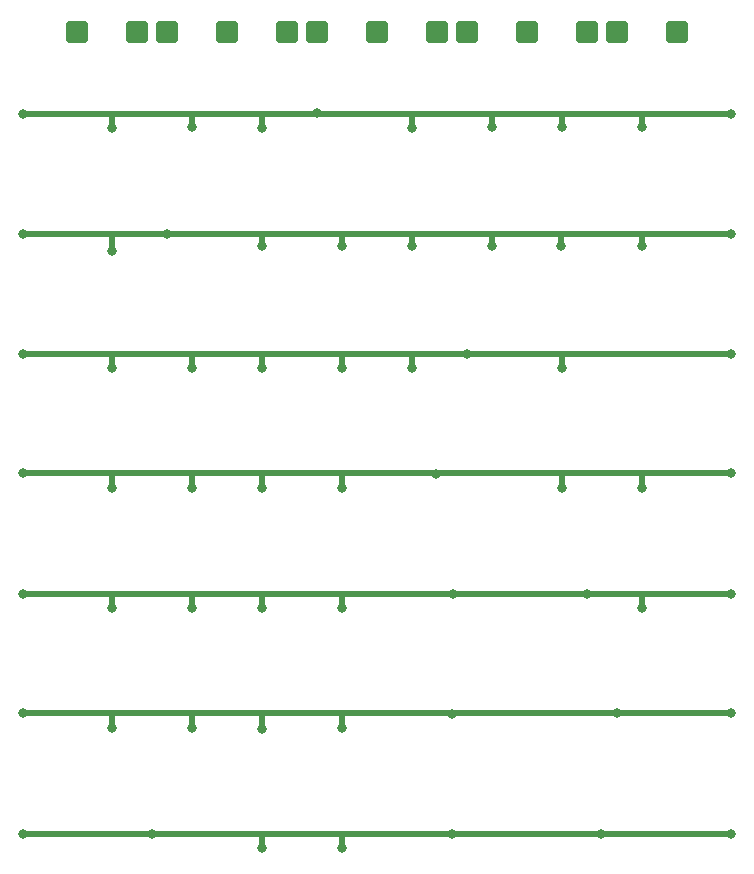
<source format=gbr>
%TF.GenerationSoftware,KiCad,Pcbnew,8.0.4*%
%TF.CreationDate,2024-09-09T09:43:21+10:00*%
%TF.ProjectId,ti45_keyboard,74693435-5f6b-4657-9962-6f6172642e6b,rev?*%
%TF.SameCoordinates,Original*%
%TF.FileFunction,Copper,L2,Bot*%
%TF.FilePolarity,Positive*%
%FSLAX46Y46*%
G04 Gerber Fmt 4.6, Leading zero omitted, Abs format (unit mm)*
G04 Created by KiCad (PCBNEW 8.0.4) date 2024-09-09 09:43:21*
%MOMM*%
%LPD*%
G01*
G04 APERTURE LIST*
G04 Aperture macros list*
%AMRoundRect*
0 Rectangle with rounded corners*
0 $1 Rounding radius*
0 $2 $3 $4 $5 $6 $7 $8 $9 X,Y pos of 4 corners*
0 Add a 4 corners polygon primitive as box body*
4,1,4,$2,$3,$4,$5,$6,$7,$8,$9,$2,$3,0*
0 Add four circle primitives for the rounded corners*
1,1,$1+$1,$2,$3*
1,1,$1+$1,$4,$5*
1,1,$1+$1,$6,$7*
1,1,$1+$1,$8,$9*
0 Add four rect primitives between the rounded corners*
20,1,$1+$1,$2,$3,$4,$5,0*
20,1,$1+$1,$4,$5,$6,$7,0*
20,1,$1+$1,$6,$7,$8,$9,0*
20,1,$1+$1,$8,$9,$2,$3,0*%
G04 Aperture macros list end*
%TA.AperFunction,ComponentPad*%
%ADD10RoundRect,0.250000X-0.675000X-0.675000X0.675000X-0.675000X0.675000X0.675000X-0.675000X0.675000X0*%
%TD*%
%TA.AperFunction,ViaPad*%
%ADD11C,0.800000*%
%TD*%
%TA.AperFunction,Conductor*%
%ADD12C,0.500000*%
%TD*%
G04 APERTURE END LIST*
D10*
%TO.P,J12,1,Pin_1*%
%TO.N,/R6*%
X20320000Y-2110000D03*
%TD*%
%TO.P,J4,1,Pin_1*%
%TO.N,/C2*%
X-12700000Y-2110000D03*
%TD*%
%TO.P,J13,1,Pin_1*%
%TO.N,/C5*%
X25400000Y-2110000D03*
%TD*%
%TO.P,J7,1,Pin_1*%
%TO.N,/C3*%
X0Y-2110000D03*
%TD*%
%TO.P,J8,1,Pin_1*%
%TO.N,/R4*%
X5080000Y-2110000D03*
%TD*%
%TO.P,J2,1,Pin_1*%
%TO.N,/R7*%
X-20320000Y-2110000D03*
%TD*%
%TO.P,J10,1,Pin_1*%
%TO.N,/C4*%
X12700000Y-2110000D03*
%TD*%
%TO.P,J3,1,Pin_1*%
%TO.N,/R2*%
X-17780000Y-2110000D03*
%TD*%
%TO.P,J6,1,Pin_1*%
%TO.N,/R1*%
X-5080000Y-2110000D03*
%TD*%
%TO.P,J11,1,Pin_1*%
%TO.N,/R5*%
X17780000Y-2110000D03*
%TD*%
%TO.P,J5,1,Pin_1*%
%TO.N,/R8*%
X-7620000Y-2110000D03*
%TD*%
%TO.P,J9,1,Pin_1*%
%TO.N,/R3*%
X7620000Y-2110000D03*
%TD*%
%TO.P,J1,1,Pin_1*%
%TO.N,/C1*%
X-25400000Y-2110000D03*
%TD*%
D11*
%TO.N,/R7*%
X-30000000Y-70000000D03*
X-9700000Y-71200000D03*
X-3000000Y-71250000D03*
X30000000Y-70000000D03*
X-19050000Y-70000000D03*
X6350000Y-70000000D03*
X19000000Y-70000000D03*
%TO.N,/R2*%
X-3000000Y-20200000D03*
X15600000Y-20250000D03*
X-30000000Y-19200000D03*
X3000000Y-20250000D03*
X22400000Y-20250000D03*
X-9700000Y-20250000D03*
X30000000Y-19200000D03*
X9700000Y-20250000D03*
X-22400000Y-20650000D03*
X-17750000Y-19200000D03*
%TO.N,/R1*%
X-9700000Y-10250000D03*
X-30000000Y-9050000D03*
X-5100000Y-9000000D03*
X-15700000Y-10200000D03*
X9700000Y-10200000D03*
X-22400000Y-10250000D03*
X3000000Y-10250000D03*
X30000000Y-9050000D03*
X22400000Y-10200000D03*
X15700000Y-10150000D03*
%TO.N,/R4*%
X-15700000Y-40700000D03*
X-22400000Y-40750000D03*
X-30000000Y-39500000D03*
X-9700000Y-40700000D03*
X22400000Y-40700000D03*
X30000000Y-39500000D03*
X15700000Y-40700000D03*
X-3000000Y-40700000D03*
X5030000Y-39520000D03*
%TO.N,/R3*%
X3000000Y-30550000D03*
X15700000Y-30600000D03*
X-22400000Y-30600000D03*
X-3000000Y-30550000D03*
X7620000Y-29360000D03*
X-30000000Y-29350000D03*
X30000000Y-29350000D03*
X-15700000Y-30550000D03*
X-9700000Y-30550000D03*
%TO.N,/R5*%
X-15700000Y-50900000D03*
X30000000Y-49700000D03*
X-22400000Y-50900000D03*
X6450000Y-49680000D03*
X17750000Y-49700000D03*
X17750000Y-49700000D03*
X-3000000Y-50850000D03*
X-30000000Y-49700000D03*
X22400000Y-50900000D03*
X-9700000Y-50900000D03*
%TO.N,/R6*%
X-9700000Y-61100000D03*
X20350000Y-59800000D03*
X6350000Y-59840000D03*
X-30000000Y-59800000D03*
X-15700000Y-61050000D03*
X-22400000Y-61050000D03*
X-3000000Y-61050000D03*
X30000000Y-59800000D03*
%TD*%
D12*
%TO.N,/R7*%
X-19450000Y-70000000D02*
X30000000Y-70000000D01*
X-19450000Y-70000000D02*
X-30000000Y-70000000D01*
X-3000000Y-71250000D02*
X-3000000Y-70000000D01*
X-9700000Y-71200000D02*
X-9700000Y-70000000D01*
%TO.N,/R2*%
X-22400000Y-19250000D02*
X-22350000Y-19200000D01*
X-9650000Y-19200000D02*
X-2900000Y-19200000D01*
X-22350000Y-19200000D02*
X-17750000Y-19200000D01*
X-9700000Y-20250000D02*
X-9700000Y-19250000D01*
X-17750000Y-19200000D02*
X-9650000Y-19200000D01*
X3000000Y-20250000D02*
X3000000Y-19250000D01*
X-3000000Y-19300000D02*
X-2900000Y-19200000D01*
X9700000Y-20250000D02*
X9700000Y-19200000D01*
X-2900000Y-19200000D02*
X3050000Y-19200000D01*
X22400000Y-20250000D02*
X22400000Y-19200000D01*
X-22400000Y-20650000D02*
X-22400000Y-19250000D01*
X-3000000Y-20200000D02*
X-3000000Y-19300000D01*
X-17780000Y-19170000D02*
X-17750000Y-19200000D01*
X-9700000Y-19250000D02*
X-9650000Y-19200000D01*
X15600000Y-19200000D02*
X30000000Y-19200000D01*
X3000000Y-19250000D02*
X3050000Y-19200000D01*
X3050000Y-19200000D02*
X15600000Y-19200000D01*
X-30000000Y-19200000D02*
X-22350000Y-19200000D01*
X15600000Y-19200000D02*
X15600000Y-20250000D01*
%TO.N,/R1*%
X-15600000Y-9050000D02*
X-9700000Y-9050000D01*
X9700000Y-9150000D02*
X9800000Y-9050000D01*
X22400000Y-9100000D02*
X22350000Y-9050000D01*
X9800000Y-9050000D02*
X15750000Y-9050000D01*
X3000000Y-10250000D02*
X3000000Y-9150000D01*
X15700000Y-10150000D02*
X15700000Y-9100000D01*
X3100000Y-9050000D02*
X9800000Y-9050000D01*
X22400000Y-10200000D02*
X22400000Y-9100000D01*
X-15700000Y-10200000D02*
X-15700000Y-9150000D01*
X-22400000Y-10250000D02*
X-22400000Y-9100000D01*
X15750000Y-9050000D02*
X22350000Y-9050000D01*
X3000000Y-9150000D02*
X3100000Y-9050000D01*
X-22350000Y-9050000D02*
X-15600000Y-9050000D01*
X-15700000Y-9150000D02*
X-15600000Y-9050000D01*
X-9700000Y-10250000D02*
X-9700000Y-9050000D01*
X9700000Y-10200000D02*
X9700000Y-9150000D01*
X22350000Y-9050000D02*
X30000000Y-9050000D01*
X-9700000Y-9050000D02*
X3100000Y-9050000D01*
X15700000Y-9100000D02*
X15750000Y-9050000D01*
X-30000000Y-9050000D02*
X-22350000Y-9050000D01*
X-22400000Y-9100000D02*
X-22350000Y-9050000D01*
%TO.N,/R4*%
X22450000Y-39500000D02*
X30000000Y-39500000D01*
X-15700000Y-39500000D02*
X-9700000Y-39500000D01*
X15700000Y-39550000D02*
X15750000Y-39500000D01*
X-9700000Y-39500000D02*
X-3000000Y-39500000D01*
X-3000000Y-39500000D02*
X15750000Y-39500000D01*
X15750000Y-39500000D02*
X22450000Y-39500000D01*
X-9700000Y-40700000D02*
X-9700000Y-39500000D01*
X15700000Y-40700000D02*
X15700000Y-39550000D01*
X-30000000Y-39500000D02*
X-22400000Y-39500000D01*
X-22400000Y-40750000D02*
X-22400000Y-39500000D01*
X-3000000Y-40700000D02*
X-3000000Y-39500000D01*
X22400000Y-40700000D02*
X22400000Y-39550000D01*
X-15700000Y-40700000D02*
X-15700000Y-39500000D01*
X22400000Y-39550000D02*
X22450000Y-39500000D01*
X-22400000Y-39500000D02*
X-15700000Y-39500000D01*
%TO.N,/R3*%
X15750000Y-29350000D02*
X30000000Y-29350000D01*
X-9700000Y-29450000D02*
X-9600000Y-29350000D01*
X-22400000Y-29400000D02*
X-22450000Y-29350000D01*
X15700000Y-29400000D02*
X15750000Y-29350000D01*
X7630000Y-29350000D02*
X15750000Y-29350000D01*
X-15700000Y-29350000D02*
X-9600000Y-29350000D01*
X7610000Y-29350000D02*
X3000000Y-29350000D01*
X15700000Y-30600000D02*
X15700000Y-29400000D01*
X-22400000Y-30600000D02*
X-22400000Y-29400000D01*
X-2950000Y-29350000D02*
X3000000Y-29350000D01*
X3000000Y-30550000D02*
X3000000Y-29350000D01*
X-15700000Y-30550000D02*
X-15700000Y-29350000D01*
X-22450000Y-29350000D02*
X-15700000Y-29350000D01*
X-9700000Y-30550000D02*
X-9700000Y-29450000D01*
X-30000000Y-29350000D02*
X-22450000Y-29350000D01*
X7620000Y-29360000D02*
X7630000Y-29350000D01*
X-9600000Y-29350000D02*
X-2950000Y-29350000D01*
X7620000Y-29360000D02*
X7610000Y-29350000D01*
X-3000000Y-30550000D02*
X-3000000Y-29400000D01*
X-3000000Y-29400000D02*
X-2950000Y-29350000D01*
%TO.N,/R5*%
X-15700000Y-50900000D02*
X-15700000Y-49750000D01*
X-22350000Y-49700000D02*
X-30000000Y-49700000D01*
X-15750000Y-49700000D02*
X-22350000Y-49700000D01*
X17750000Y-49700000D02*
X22350000Y-49700000D01*
X-9700000Y-49700000D02*
X-15750000Y-49700000D01*
X-3000000Y-50850000D02*
X-3000000Y-49700000D01*
X17750000Y-49700000D02*
X-2540000Y-49700000D01*
X-22400000Y-49750000D02*
X-22350000Y-49700000D01*
X-9700000Y-50900000D02*
X-9700000Y-49700000D01*
X-22400000Y-50900000D02*
X-22400000Y-49750000D01*
X22400000Y-50900000D02*
X22400000Y-49750000D01*
X22350000Y-49700000D02*
X30000000Y-49700000D01*
X-2540000Y-49700000D02*
X-9700000Y-49700000D01*
X22400000Y-49750000D02*
X22350000Y-49700000D01*
X-15700000Y-49750000D02*
X-15750000Y-49700000D01*
X-3000000Y-49700000D02*
X-2540000Y-49700000D01*
%TO.N,/R6*%
X-3000000Y-61050000D02*
X-3000000Y-59800000D01*
X-22400000Y-61050000D02*
X-22400000Y-59800000D01*
X-15750000Y-59800000D02*
X-22400000Y-59800000D01*
X-9700000Y-61100000D02*
X-9700000Y-59850000D01*
X-9750000Y-59800000D02*
X-15750000Y-59800000D01*
X-15700000Y-59850000D02*
X-15750000Y-59800000D01*
X30000000Y-59800000D02*
X20350000Y-59800000D01*
X-15700000Y-61050000D02*
X-15700000Y-59850000D01*
X20350000Y-59800000D02*
X-3000000Y-59800000D01*
X-9700000Y-59850000D02*
X-9750000Y-59800000D01*
X-3000000Y-59800000D02*
X-9750000Y-59800000D01*
X-22400000Y-59800000D02*
X-30000000Y-59800000D01*
%TD*%
M02*

</source>
